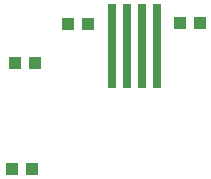
<source format=gbp>
%FSLAX24Y24*%
%MOIN*%
G70*
G01*
G75*
G04 Layer_Color=128*
%ADD10R,0.0433X0.0394*%
%ADD11R,0.0394X0.0433*%
%ADD12R,0.0827X0.0827*%
%ADD13O,0.0157X0.0094*%
%ADD14O,0.0094X0.0157*%
%ADD15C,0.0100*%
%ADD16C,0.1969*%
%ADD17C,0.0591*%
%ADD18C,0.0394*%
%ADD19C,0.0240*%
%ADD20R,0.0299X0.2835*%
%ADD21C,0.0098*%
%ADD22C,0.0005*%
%ADD23C,0.0020*%
%ADD24C,0.0060*%
%ADD25R,0.0513X0.0474*%
%ADD26R,0.0474X0.0513*%
%ADD27R,0.0907X0.0907*%
%ADD28O,0.0237X0.0174*%
%ADD29O,0.0174X0.0237*%
%ADD30C,0.2049*%
%ADD31C,0.0671*%
%ADD32C,0.0474*%
%ADD33C,0.0080*%
%ADD34C,0.0320*%
%ADD35R,0.0379X0.2915*%
D10*
X6143Y6446D02*
D03*
X5474D02*
D03*
X2417Y6411D02*
D03*
X1747D02*
D03*
X-24Y5130D02*
D03*
X645D02*
D03*
X529Y1588D02*
D03*
X-140D02*
D03*
D20*
X4717Y5671D02*
D03*
X3217D02*
D03*
X3717D02*
D03*
X4217D02*
D03*
M02*

</source>
